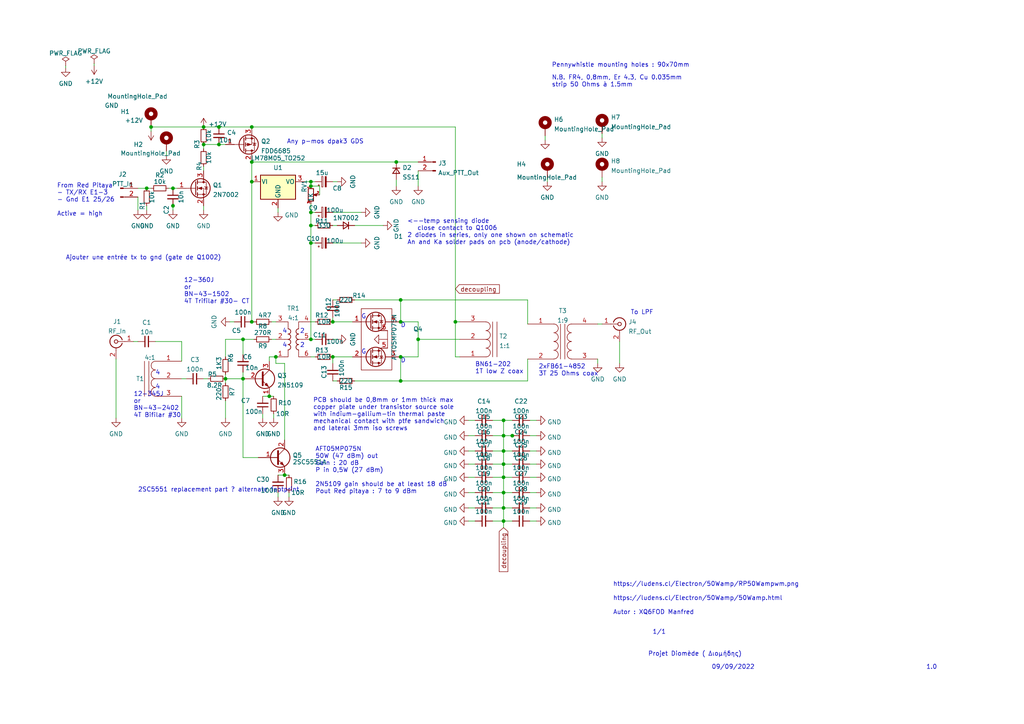
<source format=kicad_sch>
(kicad_sch (version 20230121) (generator eeschema)
  (paper "A4")
  (lib_symbols
    (symbol "Connector:Conn_01x02_Male" (pin_names (offset 1.016) hide)
      (property "Reference" "J" (at 0 2.54 0))
      (property "Value" "Conn_01x02_Male" (at 0 -5.08 0))
      (symbol "Conn_01x02_Male_1_1"
        (pin passive line (at 5.08 0 180) (length 3.81) (name "Pin_1") (number "1"))
        (pin passive line (at 5.08 -2.54 180) (length 3.81) (name "Pin_2") (number "2"))
      )
    )
    (symbol "Connector:Conn_Coaxial" (pin_names (offset 1.016) hide)
      (property "Reference" "J" (at 0.254 3.048 0))
      (property "Value" "Conn_Coaxial" (at 2.921 0 90))
      (symbol "Conn_Coaxial_1_1"
        (pin passive line (at -5.08 0 0) (length 2.54) (name "In") (number "1"))
        (pin passive line (at 0 -5.08 90) (length 2.54) (name "Ext") (number "2"))
      )
    )
    (symbol "Device:AFP05MP075N" (pin_names (offset 0) hide)
      (property "Reference" "Q1006" (at 13.9139 -2.1041 0))
      (property "Value" "AFT05MP075N" (at 6.985 -4.445 90))
      (symbol "AFP05MP075N_1_1"
        (pin input line (at -5.08 0 0) (length 2.54) (name "G") (number "1"))
        (pin input line (at -5.08 -10.16 0) (length 2.54) (name "G") (number "2"))
        (pin output line (at 8.89 -10.16 180) (length 4.3) (name "D") (number "3"))
        (pin output line (at 8.89 0 180) (length 4.3) (name "D") (number "4"))
        (pin passive line (at 5.08 -7.62 180) (length 2) (name "S") (number "5"))
        (pin passive line (at 5.08 -2.54 180) (length 2) (name "S") (number "5"))
      )
    )
    (symbol "Device:Autotransfo" (pin_names (offset 1.016) hide)
      (property "Reference" "T?" (at 6.35 8.89 0))
      (property "Value" "Autotransfo" (at 5.08 7.62 0))
      (symbol "Autotransfo_1_1"
        (pin passive line (at 10.16 5.08 180) (length 7.62) (name "SA") (number "1"))
        (pin passive line (at 10.16 0 180) (length 7.62) (name "SB") (number "2"))
        (pin passive line (at 10.16 -5.08 180) (length 7.62) (name "SC") (number "3"))
      )
    )
    (symbol "Device:C_Polarized_Small" (pin_numbers hide) (pin_names (offset 0.254) hide)
      (property "Reference" "C" (at 0.254 1.778 0))
      (property "Value" "C_Polarized_Small" (at 0.254 -2.032 0))
      (symbol "C_Polarized_Small_1_1"
        (pin passive line (at 0 2.54 270) (length 1.8542) (name "~") (number "1"))
        (pin passive line (at 0 -2.54 90) (length 1.8542) (name "~") (number "2"))
      )
    )
    (symbol "Device:C_Small" (pin_numbers hide) (pin_names (offset 0.254) hide)
      (property "Reference" "C" (at 0.254 1.778 0))
      (property "Value" "C_Small" (at 0.254 -2.032 0))
      (symbol "C_Small_1_1"
        (pin passive line (at 0 2.54 270) (length 2.032) (name "~") (number "1"))
        (pin passive line (at 0 -2.54 90) (length 2.032) (name "~") (number "2"))
      )
    )
    (symbol "Device:D_Small" (pin_numbers hide) (pin_names (offset 0.254) hide)
      (property "Reference" "D" (at -1.27 2.032 0))
      (property "Value" "D_Small" (at -3.81 -2.032 0))
      (symbol "D_Small_1_1"
        (pin passive line (at -2.54 0 0) (length 1.778) (name "K") (number "1"))
        (pin passive line (at 2.54 0 180) (length 1.778) (name "A") (number "2"))
      )
    )
    (symbol "Device:Q_NMOS_GSD" (pin_names (offset 0) hide)
      (property "Reference" "Q" (at 5.08 1.27 0))
      (property "Value" "Q_NMOS_GSD" (at 5.08 -1.27 0))
      (symbol "Q_NMOS_GSD_1_1"
        (pin input line (at -5.08 0 0) (length 2.54) (name "G") (number "1"))
        (pin passive line (at 2.54 -5.08 90) (length 2.54) (name "S") (number "2"))
        (pin passive line (at 2.54 5.08 270) (length 2.54) (name "D") (number "3"))
      )
    )
    (symbol "Device:Q_PMOS_GDS" (pin_names (offset 0) hide)
      (property "Reference" "Q" (at 5.08 1.27 0))
      (property "Value" "Q_PMOS_GDS" (at 5.08 -1.27 0))
      (symbol "Q_PMOS_GDS_1_1"
        (pin input line (at -5.08 0 0) (length 2.54) (name "G") (number "1"))
        (pin passive line (at 2.54 5.08 270) (length 2.54) (name "D") (number "2"))
        (pin passive line (at 2.54 -5.08 90) (length 2.54) (name "S") (number "3"))
      )
    )
    (symbol "Device:R_Potentiometer_Small" (pin_names (offset 1.016) hide)
      (property "Reference" "RV" (at -4.445 0 90))
      (property "Value" "R_Potentiometer_Small" (at -2.54 0 90))
      (symbol "R_Potentiometer_Small_1_1"
        (pin passive line (at 0 2.54 270) (length 0.635) (name "1") (number "1"))
        (pin passive line (at 2.54 0 180) (length 0.9906) (name "2") (number "2"))
        (pin passive line (at 0 -2.54 90) (length 0.635) (name "3") (number "3"))
      )
    )
    (symbol "Device:R_Small" (pin_numbers hide) (pin_names (offset 0.254) hide)
      (property "Reference" "R" (at 0.762 0.508 0))
      (property "Value" "R_Small" (at 0.762 -1.016 0))
      (symbol "R_Small_1_1"
        (pin passive line (at 0 2.54 270) (length 0.762) (name "~") (number "1"))
        (pin passive line (at 0 -2.54 90) (length 0.762) (name "~") (number "2"))
      )
    )
    (symbol "Device:Transformer_1P_1S" (pin_names (offset 1.016) hide)
      (property "Reference" "T" (at 0 6.35 0))
      (property "Value" "Transformer_1P_1S" (at 0 -7.62 0))
      (symbol "Transformer_1P_1S_1_1"
        (pin passive line (at -10.16 5.08 0) (length 7.62) (name "AA") (number "1"))
        (pin passive line (at -10.16 -5.08 0) (length 7.62) (name "AB") (number "2"))
        (pin passive line (at 10.16 -5.08 180) (length 7.62) (name "SA") (number "3"))
        (pin passive line (at 10.16 5.08 180) (length 7.62) (name "SB") (number "4"))
      )
    )
    (symbol "Mechanical:MountingHole_Pad" (pin_numbers hide) (pin_names (offset 1.016) hide)
      (property "Reference" "H" (at 0 6.35 0))
      (property "Value" "MountingHole_Pad" (at 0 4.445 0))
      (symbol "MountingHole_Pad_1_1"
        (pin input line (at 0 -2.54 90) (length 2.54) (name "1") (number "1"))
      )
    )
    (symbol "Regulator_Linear:LM78M05_TO252" (pin_names (offset 0.254))
      (property "Reference" "U" (at -3.81 3.175 0))
      (property "Value" "LM78M05_TO252" (at 0 3.175 0))
      (symbol "LM78M05_TO252_1_1"
        (pin power_in line (at -7.62 0 0) (length 2.54) (name "VI") (number "1"))
        (pin power_in line (at 0 -7.62 90) (length 2.54) (name "GND") (number "2"))
        (pin power_out line (at 7.62 0 180) (length 2.54) (name "VO") (number "3"))
      )
    )
    (symbol "Transformer:ADTT1-1" (pin_names hide)
      (property "Reference" "TR" (at 0 6.35 0))
      (property "Value" "ADTT1-1" (at 0 -6.35 0))
      (symbol "ADTT1-1_1_1"
        (pin passive line (at -5.08 -5.08 0) (length 2.54) (name "~") (number "1"))
        (pin passive line (at -5.08 0 0) (length 2.54) (name "~") (number "2"))
        (pin passive line (at -5.08 5.08 0) (length 2.54) (name "~") (number "3"))
        (pin passive line (at 5.08 5.08 180) (length 2.54) (name "~") (number "4"))
        (pin passive line (at 5.08 0 180) (length 2.54) (name "~") (number "5"))
        (pin passive line (at 5.08 -5.08 180) (length 2.54) (name "~") (number "6"))
      )
    )
    (symbol "Transistor_BJT:2N2219" (pin_names (offset 0) hide)
      (property "Reference" "Q" (at 5.08 1.905 0))
      (property "Value" "2N2219" (at 5.08 0 0))
      (symbol "2N2219_1_1"
        (pin passive line (at 2.54 -5.08 90) (length 2.54) (name "E") (number "1"))
        (pin passive line (at -5.08 0 0) (length 5.715) (name "B") (number "2"))
        (pin passive line (at 2.54 5.08 270) (length 2.54) (name "C") (number "3"))
      )
    )
    (symbol "Transistor_BJT:BCX56" (pin_names (offset 0) hide)
      (property "Reference" "Q" (at 5.08 1.905 0))
      (property "Value" "BCX56" (at 5.08 0 0))
      (symbol "BCX56_1_1"
        (pin input line (at -5.08 0 0) (length 5.715) (name "B") (number "1"))
        (pin passive line (at 2.54 5.08 270) (length 2.54) (name "C") (number "2"))
        (pin passive line (at 2.54 -5.08 90) (length 2.54) (name "E") (number "3"))
      )
    )
    (symbol "power:+12V" (power) (pin_names (offset 0))
      (property "Value" "+12V" (at 0 3.556 0))
      (symbol "+12V_1_1"
        (pin power_in line (at 0 0 90) (length 0) hide (name "+12V") (number "1"))
      )
    )
    (symbol "power:GND" (power) (pin_names (offset 0))
      (property "Value" "GND" (at 0 -3.81 0))
      (symbol "GND_1_1"
        (pin power_in line (at 0 0 270) (length 0) hide (name "GND") (number "1"))
      )
    )
    (symbol "power:PWR_FLAG" (power) (pin_numbers hide) (pin_names (offset 0) hide)
      (property "Value" "PWR_FLAG" (at 0 3.81 0))
      (symbol "PWR_FLAG_0_0"
        (pin power_out line (at 0 0 90) (length 0) (name "pwr") (number "1"))
      )
    )
  )
  (junction (at 146.05 151.13))
  (junction (at 121.285 98.425))
  (junction (at 43.815 36.83))
  (junction (at 63.5 36.83))
  (junction (at 146.05 147.32))
  (junction (at 90.17 70.485))
  (junction (at 146.05 138.43))
  (junction (at 42.545 54.61))
  (junction (at 90.17 98.425))
  (junction (at 146.05 126.365))
  (junction (at 63.5 41.91))
  (junction (at 90.17 52.705))
  (junction (at 50.165 54.61))
  (junction (at 73.025 52.705))
  (junction (at 59.055 36.83))
  (junction (at 146.05 134.62))
  (junction (at 90.17 61.595))
  (junction (at 73.025 93.345))
  (junction (at 50.165 59.69))
  (junction (at 80.01 103.505))
  (junction (at 70.485 109.855))
  (junction (at 132.08 93.345))
  (junction (at 90.17 65.405))
  (junction (at 65.405 109.855))
  (junction (at 96.52 103.505))
  (junction (at 146.05 130.81))
  (junction (at 146.05 121.92))
  (junction (at 116.205 103.505))
  (junction (at 116.205 110.49))
  (junction (at 146.05 142.875))
  (junction (at 73.025 36.83))
  (junction (at 59.055 41.91))
  (junction (at 90.17 53.975))
  (junction (at 114.935 46.99))
  (junction (at 82.55 137.795))
  (junction (at 78.105 114.935))
  (junction (at 70.485 98.425))
  (junction (at 116.205 93.345))
  (junction (at 116.205 86.995))
  (junction (at 73.025 46.99))
  (junction (at 96.52 93.345))
  (junction (at 148.59 126.365))
  (wire (pts (xy 102.87 86.995) (xy 116.205 86.995)))
  (wire (pts (xy 73.025 93.345) (xy 73.66 93.345)))
  (wire (pts (xy 96.52 110.49) (xy 97.79 110.49)))
  (wire (pts (xy 63.5 41.91) (xy 59.055 41.91)))
  (wire (pts (xy 116.205 103.505) (xy 116.205 110.49)))
  (wire (pts (xy 42.545 54.61) (xy 43.815 54.61)))
  (wire (pts (xy 146.05 142.875) (xy 148.59 142.875)))
  (wire (pts (xy 70.485 98.425) (xy 70.485 102.87)))
  (wire (pts (xy 114.935 52.07) (xy 114.935 53.975)))
  (wire (pts (xy 132.08 93.345) (xy 132.08 36.83)))
  (wire (pts (xy 146.05 126.365) (xy 146.05 121.92)))
  (wire (pts (xy 70.485 107.95) (xy 70.485 109.855)))
  (wire (pts (xy 142.875 138.43) (xy 146.05 138.43)))
  (wire (pts (xy 96.52 65.405) (xy 97.79 65.405)))
  (wire (pts (xy 158.115 39.37) (xy 158.115 40.64)))
  (wire (pts (xy 65.405 98.425) (xy 65.405 103.505)))
  (wire (pts (xy 73.025 36.83) (xy 132.08 36.83)))
  (wire (pts (xy 132.08 93.345) (xy 133.35 93.345)))
  (wire (pts (xy 146.05 121.92) (xy 148.59 121.92)))
  (wire (pts (xy 142.875 130.81) (xy 146.05 130.81)))
  (wire (pts (xy 65.405 116.205) (xy 65.405 121.285)))
  (wire (pts (xy 137.795 142.875) (xy 135.89 142.875)))
  (wire (pts (xy 146.05 151.13) (xy 148.59 151.13)))
  (wire (pts (xy 73.025 52.705) (xy 73.025 93.345)))
  (wire (pts (xy 63.5 41.91) (xy 65.405 41.91)))
  (wire (pts (xy 132.08 93.345) (xy 132.08 103.505)))
  (wire (pts (xy 48.26 43.815) (xy 48.26 45.085)))
  (wire (pts (xy 137.795 121.92) (xy 135.89 121.92)))
  (wire (pts (xy 116.205 86.995) (xy 116.205 93.345)))
  (wire (pts (xy 90.17 103.505) (xy 91.44 103.505)))
  (wire (pts (xy 90.17 52.705) (xy 90.17 53.975)))
  (wire (pts (xy 65.405 108.585) (xy 65.405 109.855)))
  (wire (pts (xy 90.17 65.405) (xy 91.44 65.405)))
  (wire (pts (xy 70.485 132.715) (xy 74.93 132.715)))
  (wire (pts (xy 142.875 147.32) (xy 146.05 147.32)))
  (wire (pts (xy 59.055 48.26) (xy 59.055 49.53)))
  (wire (pts (xy 59.055 36.83) (xy 63.5 36.83)))
  (wire (pts (xy 33.655 104.14) (xy 33.655 121.285)))
  (wire (pts (xy 137.795 138.43) (xy 135.89 138.43)))
  (wire (pts (xy 90.17 53.975) (xy 92.71 53.975)))
  (wire (pts (xy 50.165 59.055) (xy 50.165 59.69)))
  (wire (pts (xy 70.485 98.425) (xy 73.66 98.425)))
  (wire (pts (xy 121.285 98.425) (xy 121.285 93.345)))
  (wire (pts (xy 121.285 98.425) (xy 121.285 103.505)))
  (wire (pts (xy 96.52 98.425) (xy 97.79 98.425)))
  (wire (pts (xy 63.5 36.83) (xy 73.025 36.83)))
  (wire (pts (xy 174.625 51.435) (xy 174.625 52.705)))
  (wire (pts (xy 50.165 54.61) (xy 51.435 54.61)))
  (wire (pts (xy 116.205 86.995) (xy 153.035 86.995)))
  (wire (pts (xy 67.945 93.345) (xy 66.675 93.345)))
  (wire (pts (xy 174.625 38.735) (xy 174.625 40.005)))
  (wire (pts (xy 153.67 138.43) (xy 155.575 138.43)))
  (wire (pts (xy 82.55 137.795) (xy 83.82 137.795)))
  (wire (pts (xy 146.05 142.875) (xy 146.05 138.43)))
  (wire (pts (xy 96.52 103.505) (xy 96.52 105.41)))
  (wire (pts (xy 40.005 57.15) (xy 40.005 60.96)))
  (wire (pts (xy 116.205 110.49) (xy 153.035 110.49)))
  (wire (pts (xy 96.52 86.995) (xy 97.79 86.995)))
  (wire (pts (xy 114.935 46.99) (xy 121.285 46.99)))
  (wire (pts (xy 146.05 130.81) (xy 146.05 126.365)))
  (wire (pts (xy 153.67 134.62) (xy 155.575 134.62)))
  (wire (pts (xy 78.105 103.505) (xy 80.01 103.505)))
  (wire (pts (xy 96.52 70.485) (xy 104.775 70.485)))
  (wire (pts (xy 19.05 19.05) (xy 19.05 19.685)))
  (wire (pts (xy 78.105 114.935) (xy 79.375 114.935)))
  (wire (pts (xy 132.08 103.505) (xy 133.35 103.505)))
  (wire (pts (xy 52.705 99.06) (xy 52.705 104.775)))
  (wire (pts (xy 96.52 93.345) (xy 102.235 93.345)))
  (wire (pts (xy 59.055 59.69) (xy 59.055 60.96)))
  (wire (pts (xy 121.285 49.53) (xy 121.285 53.975)))
  (wire (pts (xy 142.875 142.875) (xy 146.05 142.875)))
  (wire (pts (xy 173.355 104.14) (xy 173.355 105.41)))
  (wire (pts (xy 153.67 121.92) (xy 155.575 121.92)))
  (wire (pts (xy 153.67 126.365) (xy 155.575 126.365)))
  (wire (pts (xy 146.05 147.32) (xy 146.05 142.875)))
  (wire (pts (xy 146.05 147.32) (xy 148.59 147.32)))
  (wire (pts (xy 137.795 130.81) (xy 135.89 130.81)))
  (wire (pts (xy 65.405 98.425) (xy 70.485 98.425)))
  (wire (pts (xy 73.025 46.99) (xy 73.025 52.705)))
  (wire (pts (xy 52.705 109.855) (xy 53.975 109.855)))
  (wire (pts (xy 96.52 52.705) (xy 97.79 52.705)))
  (wire (pts (xy 146.05 153.035) (xy 146.05 151.13)))
  (wire (pts (xy 80.645 61.595) (xy 80.645 60.325)))
  (wire (pts (xy 137.795 126.365) (xy 135.89 126.365)))
  (wire (pts (xy 79.375 120.015) (xy 79.375 121.285)))
  (wire (pts (xy 96.52 61.595) (xy 104.775 61.595)))
  (wire (pts (xy 90.17 52.705) (xy 91.44 52.705)))
  (wire (pts (xy 83.82 142.875) (xy 83.82 144.145)))
  (wire (pts (xy 27.305 18.415) (xy 27.305 19.05)))
  (wire (pts (xy 92.71 53.975) (xy 92.71 56.515)))
  (wire (pts (xy 65.405 109.855) (xy 70.485 109.855)))
  (wire (pts (xy 137.795 134.62) (xy 135.89 134.62)))
  (wire (pts (xy 80.01 105.41) (xy 80.01 103.505)))
  (wire (pts (xy 179.705 99.06) (xy 179.705 105.41)))
  (wire (pts (xy 146.05 134.62) (xy 148.59 134.62)))
  (wire (pts (xy 90.17 70.485) (xy 90.17 98.425)))
  (wire (pts (xy 48.895 54.61) (xy 50.165 54.61)))
  (wire (pts (xy 133.35 98.425) (xy 121.285 98.425)))
  (wire (pts (xy 142.875 151.13) (xy 146.05 151.13)))
  (wire (pts (xy 146.05 138.43) (xy 148.59 138.43)))
  (wire (pts (xy 153.035 110.49) (xy 153.035 104.14)))
  (wire (pts (xy 50.165 59.69) (xy 50.165 60.96)))
  (wire (pts (xy 96.52 92.075) (xy 96.52 93.345)))
  (wire (pts (xy 90.17 93.345) (xy 91.44 93.345)))
  (wire (pts (xy 146.05 138.43) (xy 146.05 134.62)))
  (wire (pts (xy 153.67 142.875) (xy 155.575 142.875)))
  (wire (pts (xy 158.75 51.435) (xy 158.75 52.705)))
  (wire (pts (xy 102.87 110.49) (xy 116.205 110.49)))
  (wire (pts (xy 153.67 151.13) (xy 155.575 151.13)))
  (wire (pts (xy 90.17 61.595) (xy 90.17 65.405)))
  (wire (pts (xy 80.645 137.795) (xy 82.55 137.795)))
  (wire (pts (xy 82.55 105.41) (xy 80.01 105.41)))
  (wire (pts (xy 73.025 46.99) (xy 114.935 46.99)))
  (wire (pts (xy 78.105 103.505) (xy 78.105 104.775)))
  (wire (pts (xy 90.17 59.055) (xy 90.17 61.595)))
  (wire (pts (xy 90.17 70.485) (xy 91.44 70.485)))
  (wire (pts (xy 148.59 126.365) (xy 149.225 126.365)))
  (wire (pts (xy 76.2 114.935) (xy 78.105 114.935)))
  (wire (pts (xy 137.795 147.32) (xy 135.89 147.32)))
  (wire (pts (xy 82.55 127.635) (xy 82.55 105.41)))
  (wire (pts (xy 137.795 151.13) (xy 135.89 151.13)))
  (wire (pts (xy 90.17 98.425) (xy 91.44 98.425)))
  (wire (pts (xy 146.05 130.81) (xy 148.59 130.81)))
  (wire (pts (xy 121.285 103.505) (xy 116.205 103.505)))
  (wire (pts (xy 146.05 134.62) (xy 146.05 130.81)))
  (wire (pts (xy 142.875 126.365) (xy 146.05 126.365)))
  (wire (pts (xy 40.005 54.61) (xy 42.545 54.61)))
  (wire (pts (xy 116.205 93.345) (xy 121.285 93.345)))
  (wire (pts (xy 90.17 61.595) (xy 91.44 61.595)))
  (wire (pts (xy 142.875 134.62) (xy 146.05 134.62)))
  (wire (pts (xy 78.74 98.425) (xy 80.01 98.425)))
  (wire (pts (xy 88.265 52.705) (xy 90.17 52.705)))
  (wire (pts (xy 70.485 109.855) (xy 70.485 132.715)))
  (wire (pts (xy 153.035 86.995) (xy 153.035 93.98)))
  (wire (pts (xy 78.74 93.345) (xy 80.01 93.345)))
  (wire (pts (xy 102.87 65.405) (xy 111.125 65.405)))
  (wire (pts (xy 45.085 99.06) (xy 52.705 99.06)))
  (wire (pts (xy 59.055 41.91) (xy 59.055 43.18)))
  (wire (pts (xy 38.735 99.06) (xy 40.005 99.06)))
  (wire (pts (xy 80.645 142.875) (xy 80.645 144.145)))
  (wire (pts (xy 173.355 93.98) (xy 174.625 93.98)))
  (wire (pts (xy 43.815 36.83) (xy 43.815 38.1)))
  (wire (pts (xy 153.67 147.32) (xy 155.575 147.32)))
  (wire (pts (xy 52.705 114.935) (xy 52.705 121.285)))
  (wire (pts (xy 43.815 36.83) (xy 59.055 36.83)))
  (wire (pts (xy 96.52 103.505) (xy 102.235 103.505)))
  (wire (pts (xy 146.05 126.365) (xy 148.59 126.365)))
  (wire (pts (xy 76.2 120.015) (xy 76.2 121.285)))
  (wire (pts (xy 153.67 130.81) (xy 155.575 130.81)))
  (wire (pts (xy 65.405 109.855) (xy 65.405 111.125)))
  (wire (pts (xy 146.05 147.32) (xy 146.05 151.13)))
  (wire (pts (xy 146.05 121.92) (xy 142.875 121.92)))
  (wire (pts (xy 90.17 65.405) (xy 90.17 70.485)))
  (wire (pts (xy 42.545 59.69) (xy 42.545 60.96)))
  (wire (pts (xy 59.055 109.855) (xy 60.325 109.855)))
  (text "To LPF\n" (at 182.88 91.44 0) (effects (font (size 1.27 1.27)) (justify left bottom)))
  (text "4\n\n4\n" (at 81.915 100.965 0) (effects (font (size 1.27 1.27)) (justify left bottom)))
  (text "12-360J\nor \nBN-43-1502\n4T Trifilar #30- CT\n" (at 53.34 88.265 0) (effects (font (size 1.27 1.27)) (justify left bottom)))
  (text "09/09/2022" (at 206.375 194.31 0) (effects (font (size 1.27 1.27)) (justify left bottom)))
  (text "Projet Diomède ( Διομήδης)" (at 187.96 190.5 0) (effects (font (size 1.27 1.27)) (justify left bottom)))
  (text "BN61-202\n1T low Z coax\n" (at 137.795 108.585 0) (effects (font (size 1.27 1.27)) (justify left bottom)))
  (text "AFT05MP075N\n50W (47 dBm) out\nGain : 20 dB\nP in 0,5W (27 dBm)\n\n2N5109 gain should be at least 18 dB\nPout Red pitaya : 7 to 9 dBm\n\n" (at 91.44 145.415 0) (effects (font (size 1.27 1.27)) (justify left bottom)))
  (text "Pennywhistle mounting holes : 90x70mm" (at 160.02 19.685 0) (effects (font (size 1.27 1.27)) (justify left bottom)))
  (text "2xFB61-4852\n3T 25 Ohms coax\n" (at 156.21 109.22 0) (effects (font (size 1.27 1.27)) (justify left bottom)))
  (text "2SC5551 replacement part ? alternate footprint\n" (at 40.005 142.875 0) (effects (font (size 1.27 1.27)) (justify left bottom)))
  (text "N.B. FR4, 0,8mm, Er 4.3, Cu 0.035mm\nstrip 50 Ohms à 1.5mm" (at 160.02 25.4 0) (effects (font (size 1.27 1.27)) (justify left bottom)))
  (text "12-345J\nor \nBN-43-2402\n4T Bifilar #30" (at 38.735 121.285 0) (effects (font (size 1.27 1.27)) (justify left bottom)))
  (text "4\n\n4\n" (at 45.085 113.03 0) (effects (font (size 1.27 1.27)) (justify left bottom)))
  (text "PCB should be 0,8mm or 1mm thick max\ncopper plate under transistor source sole \nwith indium-gallium-tin thermal paste\nmechanical contact with ptfe sandwich\nand lateral 3mm iso screws" (at 90.805 125.095 0) (effects (font (size 1.27 1.27)) (justify left bottom)))
  (text "Ajouter une entrée tx to gnd (gate de Q1002)\n" (at 19.05 75.565 0) (effects (font (size 1.27 1.27)) (justify left bottom)))
  (text "1/1" (at 189.23 184.15 0) (effects (font (size 1.27 1.27)) (justify left bottom)))
  (text "https://ludens.cl/Electron/50Wamp/RP50Wampwm.png\n\nhttps://ludens.cl/Electron/50Wamp/50Wamp.html\n\nAutor : XQ6FOD Manfred\n" (at 177.8 178.435 0) (effects (font (size 1.27 1.27)) (justify left bottom)))
  (text "2\n\n2\n" (at 86.995 100.965 0) (effects (font (size 1.27 1.27)) (justify left bottom)))
  (text "Any p-mos dpak3 GDS" (at 83.185 41.91 0) (effects (font (size 1.27 1.27)) (justify left bottom)))
  (text "\n\nFrom Red Pitaya \n- TX/RX E1-3\n- Gnd E1 25/26\n\nActive = high" (at 16.51 62.865 0) (effects (font (size 1.27 1.27)) (justify left bottom)))
  (text "D\n\n\n\n\nD\n" (at 116.205 105.41 0) (effects (font (size 1.27 1.27)) (justify left bottom)))
  (text "<--temp sensing diode\n   close contact to Q1006\n2 diodes in series, only one shown on schematic\nAn and Ka solder pads on pcb (anode/cathode)\n" (at 118.11 71.12 0) (effects (font (size 1.27 1.27)) (justify left bottom)))
  (text "1.0" (at 268.605 194.31 0) (effects (font (size 1.27 1.27)) (justify left bottom)))
  (text "G\n\n\n\n\nG\n" (at 104.775 102.87 0) (effects (font (size 1.27 1.27)) (justify left bottom)))
  (global_label "decoupling" (shape input) (at 146.05 153.035 270) (property "Intersheetrefs" "${INTERSHEET_REFS}" (effects hide)))
  (global_label "decoupling" (shape input) (at 132.08 83.82 0) (property "Intersheetrefs" "${INTERSHEET_REFS}" (effects hide)))
  (symbol (lib_id "Transistor_BJT:2N2219") (at 75.565 109.855 0) (unit 1)
    (property "Reference" "Q3" (at 80.4164 108.9465 0) (effects (justify left)))
    (property "Value" "2N5109" (at 80.4164 111.7216 0) (effects (justify left)))
    (property "Footprint" "Package_TO_SOT_THT:TO-39-3" (effects hide))
    (property "Datasheet" "http://www.onsemi.com/pub_link/Collateral/2N2219-D.PDF" (effects hide))
  )
  (symbol (lib_id "Device:C_Small") (at 140.335 130.81 90) (mirror x) (unit 1)
    (property "Reference" "C16" (at 140.3414 125.2814 90))
    (property "Value" "100n" (at 140.3414 128.0565 90))
    (property "Footprint" "Capacitor_SMD:C_1210_3225Metric_Pad1.33x2.70mm_HandSolder" (effects hide))
  )
  (symbol (lib_id "Device:C_Small") (at 151.13 147.32 270) (unit 1)
    (property "Reference" "C28" (at 151.1236 141.7914 90))
    (property "Value" "100n" (at 151.1236 144.5665 90))
    (property "Footprint" "Capacitor_SMD:C_1210_3225Metric_Pad1.33x2.70mm_HandSolder" (effects hide))
  )
  (symbol (lib_id "Device:R_Small") (at 93.98 103.505 270) (unit 1)
    (property "Reference" "R13" (at 93.345 101.6 90))
    (property "Value" "10R" (at 93.98 103.505 90))
    (property "Footprint" "Resistor_SMD:R_0805_2012Metric_Pad1.20x1.40mm_HandSolder" (effects hide))
  )
  (symbol (lib_id "power:GND") (at 155.575 134.62 90) (unit 1)
    (property "Reference" "#PWR036" (effects hide))
    (property "Value" "GND" (at 158.75 135.099 90) (effects (justify right)))
  )
  (symbol (lib_id "Device:D_Small") (at 100.33 65.405 180) (unit 1)
    (property "Reference" "D1" (at 115.57 68.58 0))
    (property "Value" "1N7002" (at 100.33 63.1976 0))
    (property "Footprint" "Diode_SMD:D_2114_3652Metric_Pad1.85x3.75mm_HandSolder" (effects hide))
  )
  (symbol (lib_id "power:GND") (at 135.89 147.32 270) (mirror x) (unit 1)
    (property "Reference" "#PWR031" (effects hide))
    (property "Value" "GND" (at 132.715 147.799 90) (effects (justify right)))
  )
  (symbol (lib_id "Device:C_Small") (at 151.13 138.43 270) (unit 1)
    (property "Reference" "C26" (at 151.1236 132.9014 90))
    (property "Value" "100n" (at 151.1236 135.6765 90))
    (property "Footprint" "Capacitor_SMD:C_1210_3225Metric_Pad1.33x2.70mm_HandSolder" (effects hide))
  )
  (symbol (lib_id "power:GND") (at 111.125 65.405 90) (unit 1)
    (property "Reference" "#PWR022" (effects hide))
    (property "Value" "GND" (at 114.935 65.405 0))
  )
  (symbol (lib_id "Device:C_Small") (at 151.13 134.62 270) (unit 1)
    (property "Reference" "C25" (at 151.1236 129.0914 90))
    (property "Value" "100n" (at 151.1236 131.8665 90))
    (property "Footprint" "Capacitor_SMD:C_1210_3225Metric_Pad1.33x2.70mm_HandSolder" (effects hide))
  )
  (symbol (lib_id "Device:R_Small") (at 100.33 110.49 270) (unit 1)
    (property "Reference" "R15" (at 100.33 112.395 90))
    (property "Value" "220" (at 100.33 110.49 90))
    (property "Footprint" "Resistor_SMD:R_2816_7142Metric_Pad3.20x4.45mm_HandSolder" (effects hide))
  )
  (symbol (lib_id "Device:C_Polarized_Small") (at 93.98 70.485 90) (unit 1)
    (property "Reference" "C10" (at 90.805 69.215 90))
    (property "Value" "100u" (at 97.155 69.85 90))
    (property "Footprint" "Capacitor_Tantalum_SMD:CP_EIA-7343-31_Kemet-D_Pad2.25x2.55mm_HandSolder" (effects hide))
  )
  (symbol (lib_id "Device:C_Small") (at 56.515 109.855 90) (unit 1)
    (property "Reference" "C3" (at 56.5213 104.3264 90))
    (property "Value" "100n" (at 56.5213 107.1015 90))
    (property "Footprint" "Capacitor_SMD:C_0805_2012Metric_Pad1.18x1.45mm_HandSolder" (effects hide))
  )
  (symbol (lib_id "Device:C_Small") (at 140.335 126.365 90) (mirror x) (unit 1)
    (property "Reference" "C15" (at 140.3414 120.8364 90))
    (property "Value" "100n" (at 140.3414 123.6115 90))
    (property "Footprint" "Capacitor_SMD:C_1210_3225Metric_Pad1.33x2.70mm_HandSolder" (effects hide))
  )
  (symbol (lib_id "Device:R_Small") (at 59.055 39.37 0) (unit 1)
    (property "Reference" "R3" (at 57.15 43.18 90) (effects (justify left)))
    (property "Value" "10k" (at 60.5536 41.2366 90) (effects (justify left)))
    (property "Footprint" "Resistor_SMD:R_0805_2012Metric_Pad1.20x1.40mm_HandSolder" (effects hide))
  )
  (symbol (lib_id "Device:R_Small") (at 62.865 109.855 270) (unit 1)
    (property "Reference" "R5" (at 61.595 108.585 90))
    (property "Value" "8.2R" (at 62.23 111.76 90))
    (property "Footprint" "Resistor_SMD:R_0805_2012Metric_Pad1.20x1.40mm_HandSolder" (effects hide))
  )
  (symbol (lib_id "Device:R_Small") (at 59.055 45.72 180) (unit 1)
    (property "Reference" "R4" (at 57.785 49.53 90) (effects (justify right)))
    (property "Value" "10k" (at 60.5536 47.5866 90) (effects (justify right)))
    (property "Footprint" "Resistor_SMD:R_0805_2012Metric_Pad1.20x1.40mm_HandSolder" (effects hide))
  )
  (symbol (lib_id "Device:R_Small") (at 42.545 57.15 180) (unit 1)
    (property "Reference" "R1" (at 41.275 60.96 90) (effects (justify right)))
    (property "Value" "10k" (at 44.0436 59.0166 90) (effects (justify right)))
    (property "Footprint" "Resistor_SMD:R_0805_2012Metric_Pad1.20x1.40mm_HandSolder" (effects hide))
  )
  (symbol (lib_id "Mechanical:MountingHole_Pad") (at 48.26 41.275 0) (unit 1)
    (property "Reference" "H2" (at 38.735 41.91 0) (effects (justify left)))
    (property "Value" "MountingHole_Pad" (at 34.925 44.45 0) (effects (justify left)))
    (property "Footprint" "MountingHole:MountingHole_3.2mm_M3_DIN965_Pad" (effects hide))
  )
  (symbol (lib_id "Device:C_Small") (at 96.52 107.95 180) (unit 1)
    (property "Reference" "C13" (at 93.98 109.855 90) (effects (justify right)))
    (property "Value" "100n" (at 99.06 109.22 90) (effects (justify right)))
    (property "Footprint" "Capacitor_SMD:C_1206_3216Metric_Pad1.33x1.80mm_HandSolder" (effects hide))
  )
  (symbol (lib_id "Device:C_Small") (at 70.485 105.41 180) (unit 1)
    (property "Reference" "C6" (at 71.755 103.505 0))
    (property "Value" "10n" (at 73.025 106.68 0))
    (property "Footprint" "Capacitor_SMD:C_0805_2012Metric_Pad1.18x1.45mm_HandSolder" (effects hide))
  )
  (symbol (lib_id "power:GND") (at 155.575 147.32 90) (unit 1)
    (property "Reference" "#PWR039" (effects hide))
    (property "Value" "GND" (at 158.75 147.799 90) (effects (justify right)))
  )
  (symbol (lib_id "power:GND") (at 59.055 60.96 0) (unit 1)
    (property "Reference" "#PWR011" (effects hide))
    (property "Value" "GND" (at 59.055 65.5225 0))
  )
  (symbol (lib_id "power:GND") (at 155.575 138.43 90) (unit 1)
    (property "Reference" "#PWR037" (effects hide))
    (property "Value" "GND" (at 158.75 138.909 90) (effects (justify right)))
  )
  (symbol (lib_id "Device:C_Polarized_Small") (at 93.98 52.705 90) (unit 1)
    (property "Reference" "C8" (at 97.79 54.61 90))
    (property "Value" "15u" (at 93.4339 50.1166 90))
    (property "Footprint" "Capacitor_Tantalum_SMD:CP_EIA-6032-28_Kemet-C_Pad2.25x2.35mm_HandSolder" (effects hide))
  )
  (symbol (lib_id "Device:AFP05MP075N") (at 107.315 93.345 0) (unit 1)
    (property "Reference" "Q4" (at 121.2289 95.4491 0))
    (property "Value" "AFT05MP075N" (at 114.3 97.79 90))
    (property "Footprint" "AFT05MP075N:AFT05MP075N" (effects hide))
  )
  (symbol (lib_id "power:GND") (at 158.75 52.705 0) (unit 1)
    (property "Reference" "#PWR042" (effects hide))
    (property "Value" "GND" (at 158.75 57.2675 0))
  )
  (symbol (lib_id "Device:C_Small") (at 151.13 126.365 270) (unit 1)
    (property "Reference" "C23" (at 151.1236 120.8364 90))
    (property "Value" "100n" (at 151.1236 123.6115 90))
    (property "Footprint" "Capacitor_SMD:C_1210_3225Metric_Pad1.33x2.70mm_HandSolder" (effects hide))
  )
  (symbol (lib_id "power:GND") (at 48.26 45.085 0) (unit 1)
    (property "Reference" "#PWR07" (effects hide))
    (property "Value" "GND" (at 48.26 49.6475 0))
  )
  (symbol (lib_id "Device:R_Potentiometer_Small") (at 90.17 56.515 0) (unit 1)
    (property "Reference" "RV1" (at 88.265 52.07 90) (effects (justify right)))
    (property "Value" "1K" (at 90.17 55.88 90) (effects (justify right)))
    (property "Footprint" "Potentiometer_SMD:Potentiometer_Bourns_TC33X_Vertical" (effects hide))
  )
  (symbol (lib_id "Device:Q_PMOS_GDS") (at 70.485 41.91 0) (mirror x) (unit 1)
    (property "Reference" "Q2" (at 75.692 41.0015 0) (effects (justify left)))
    (property "Value" "FDD6685" (at 75.692 43.7766 0) (effects (justify left)))
    (property "Footprint" "Package_TO_SOT_SMD:TO-252-2" (effects hide))
  )
  (symbol (lib_id "power:GND") (at 155.575 126.365 90) (unit 1)
    (property "Reference" "#PWR034" (effects hide))
    (property "Value" "GND" (at 158.75 126.844 90) (effects (justify right)))
  )
  (symbol (lib_id "power:PWR_FLAG") (at 27.305 18.415 0) (unit 1)
    (property "Reference" "#FLG02" (effects hide))
    (property "Value" "PWR_FLAG" (at 27.305 14.8105 0))
  )
  (symbol (lib_id "power:GND") (at 155.575 130.81 90) (unit 1)
    (property "Reference" "#PWR035" (effects hide))
    (property "Value" "GND" (at 158.75 131.289 90) (effects (justify right)))
  )
  (symbol (lib_id "power:GND") (at 155.575 142.875 90) (unit 1)
    (property "Reference" "#PWR038" (effects hide))
    (property "Value" "GND" (at 158.75 143.354 90) (effects (justify right)))
  )
  (symbol (lib_id "Device:C_Small") (at 151.13 151.13 270) (unit 1)
    (property "Reference" "C29" (at 151.1236 145.6014 90))
    (property "Value" "100n" (at 151.1236 148.3765 90))
    (property "Footprint" "Capacitor_SMD:C_1210_3225Metric_Pad1.33x2.70mm_HandSolder" (effects hide))
  )
  (symbol (lib_id "Device:R_Small") (at 79.375 117.475 180) (unit 1)
    (property "Reference" "R10" (at 80.645 116.84 0) (effects (justify right)))
    (property "Value" "10R" (at 80.01 120.015 0) (effects (justify right)))
    (property "Footprint" "Resistor_SMD:R_0805_2012Metric_Pad1.20x1.40mm_HandSolder" (effects hide))
  )
  (symbol (lib_id "Device:C_Polarized_Small") (at 93.98 61.595 90) (unit 1)
    (property "Reference" "C9" (at 90.805 60.325 90))
    (property "Value" "100u" (at 97.155 60.96 90))
    (property "Footprint" "Capacitor_Tantalum_SMD:CP_EIA-7343-31_Kemet-D_Pad2.25x2.55mm_HandSolder" (effects hide))
  )
  (symbol (lib_id "Device:R_Small") (at 100.33 86.995 270) (unit 1)
    (property "Reference" "R14" (at 104.14 85.725 90))
    (property "Value" "220" (at 100.33 86.995 90))
    (property "Footprint" "Resistor_SMD:R_2816_7142Metric_Pad3.20x4.45mm_HandSolder" (effects hide))
  )
  (symbol (lib_id "Mechanical:MountingHole_Pad") (at 43.815 34.29 0) (unit 1)
    (property "Reference" "H1" (at 34.925 32.385 0) (effects (justify left)))
    (property "Value" "MountingHole_Pad" (at 31.115 27.94 0) (effects (justify left)))
    (property "Footprint" "MountingHole:MountingHole_3.2mm_M3_DIN965_Pad" (effects hide))
  )
  (symbol (lib_id "Device:C_Small") (at 151.13 121.92 270) (unit 1)
    (property "Reference" "C22" (at 151.1236 116.3914 90))
    (property "Value" "100n" (at 151.1236 119.1665 90))
    (property "Footprint" "Capacitor_SMD:C_1210_3225Metric_Pad1.33x2.70mm_HandSolder" (effects hide))
  )
  (symbol (lib_id "Device:C_Small") (at 140.335 138.43 90) (mirror x) (unit 1)
    (property "Reference" "C18" (at 140.3414 132.9014 90))
    (property "Value" "100n" (at 140.3414 135.6765 90))
    (property "Footprint" "Capacitor_SMD:C_1210_3225Metric_Pad1.33x2.70mm_HandSolder" (effects hide))
  )
  (symbol (lib_id "Mechanical:MountingHole_Pad") (at 158.75 48.895 0) (unit 1)
    (property "Reference" "H4" (at 149.86 47.625 0) (effects (justify left)))
    (property "Value" "MountingHole_Pad" (at 149.86 51.435 0) (effects (justify left)))
    (property "Footprint" "MountingHole:MountingHole_3.2mm_M3_DIN965_Pad" (effects hide))
  )
  (symbol (lib_id "Mechanical:MountingHole_Pad") (at 174.625 48.895 0) (unit 1)
    (property "Reference" "H8" (at 177.165 46.7165 0) (effects (justify left)))
    (property "Value" "MountingHole_Pad" (at 177.165 49.4916 0) (effects (justify left)))
    (property "Footprint" "MountingHole:MountingHole_3.2mm_M3_DIN965_Pad" (effects hide))
  )
  (symbol (lib_id "Connector:Conn_01x02_Male") (at 126.365 46.99 0) (mirror y) (unit 1)
    (property "Reference" "J3" (at 127.0762 47.3515 0) (effects (justify right)))
    (property "Value" "Aux_PTT_Out" (at 127.0762 50.1266 0) (effects (justify right)))
    (property "Footprint" "Connector_Molex:Molex_KK-254_AE-6410-02A_1x02_P2.54mm_Vertical" (effects hide))
  )
  (symbol (lib_id "Device:C_Small") (at 70.485 93.345 270) (unit 1)
    (property "Reference" "C5" (at 68.58 95.885 90))
    (property "Value" "100n" (at 70.4786 90.5915 90))
    (property "Footprint" "Capacitor_SMD:C_0805_2012Metric_Pad1.18x1.45mm_HandSolder" (effects hide))
  )
  (symbol (lib_id "power:GND") (at 42.545 60.96 0) (unit 1)
    (property "Reference" "#PWR05" (effects hide))
    (property "Value" "GND" (at 42.545 65.5225 0))
  )
  (symbol (lib_id "Device:C_Small") (at 76.2 117.475 180) (unit 1)
    (property "Reference" "C7" (at 69.85 116.205 0) (effects (justify right)))
    (property "Value" "100n" (at 71.12 119.38 0) (effects (justify right)))
    (property "Footprint" "Capacitor_SMD:C_0805_2012Metric_Pad1.18x1.45mm_HandSolder" (effects hide))
  )
  (symbol (lib_id "power:GND") (at 97.79 98.425 90) (unit 1)
    (property "Reference" "#PWR019" (effects hide))
    (property "Value" "GND" (at 102.3525 98.425 0))
  )
  (symbol (lib_id "Device:R_Small") (at 65.405 113.665 180) (unit 1)
    (property "Reference" "R7" (at 67.31 114.935 90) (effects (justify right)))
    (property "Value" "220" (at 63.5 116.205 90) (effects (justify right)))
    (property "Footprint" "Resistor_SMD:R_0805_2012Metric_Pad1.20x1.40mm_HandSolder" (effects hide))
  )
  (symbol (lib_id "power:GND") (at 79.375 121.285 0) (unit 1)
    (property "Reference" "#PWR015" (effects hide))
    (property "Value" "GND" (at 79.375 125.8475 0))
  )
  (symbol (lib_id "Device:C_Small") (at 93.98 98.425 90) (unit 1)
    (property "Reference" "C11" (at 92.71 97.155 90))
    (property "Value" "100n" (at 97.155 99.06 90))
    (property "Footprint" "Capacitor_SMD:C_0805_2012Metric_Pad1.18x1.45mm_HandSolder" (effects hide))
  )
  (symbol (lib_id "power:GND") (at 65.405 121.285 0) (unit 1)
    (property "Reference" "#PWR012" (effects hide))
    (property "Value" "GND" (at 65.405 125.8475 0))
  )
  (symbol (lib_id "power:GND") (at 50.165 60.96 0) (unit 1)
    (property "Reference" "#PWR08" (effects hide))
    (property "Value" "GND" (at 50.165 65.5225 0))
  )
  (symbol (lib_id "power:GND") (at 97.79 52.705 90) (unit 1)
    (property "Reference" "#PWR018" (effects hide))
    (property "Value" "GND" (at 102.3525 52.705 0))
  )
  (symbol (lib_id "Connector:Conn_01x02_Male") (at 34.925 54.61 0) (unit 1)
    (property "Reference" "J2" (at 35.56 50.5673 0))
    (property "Value" "PTT_In" (at 35.56 53.3424 0))
    (property "Footprint" "Connector_Molex:Molex_KK-254_AE-6410-02A_1x02_P2.54mm_Vertical" (effects hide))
  )
  (symbol (lib_id "Device:C_Small") (at 140.335 147.32 90) (mirror x) (unit 1)
    (property "Reference" "C20" (at 140.3414 141.7914 90))
    (property "Value" "100n" (at 140.3414 144.5665 90))
    (property "Footprint" "Capacitor_SMD:C_1210_3225Metric_Pad1.33x2.70mm_HandSolder" (effects hide))
  )
  (symbol (lib_id "Device:R_Small") (at 93.98 65.405 270) (unit 1)
    (property "Reference" "R11" (at 93.345 64.135 90))
    (property "Value" "330" (at 93.98 65.405 90))
    (property "Footprint" "Resistor_SMD:R_0805_2012Metric_Pad1.20x1.40mm_HandSolder" (effects hide))
  )
  (symbol (lib_id "Device:Autotransfo") (at 143.51 98.425 180) (unit 1)
    (property "Reference" "T2" (at 144.78 97.5165 0) (effects (justify right)))
    (property "Value" "1:1" (at 144.78 100.2916 0) (effects (justify right)))
    (property "Footprint" "Amidon_Binocular:BN-61-202" (effects hide))
  )
  (symbol (lib_id "power:GND") (at 104.775 61.595 90) (unit 1)
    (property "Reference" "#PWR020" (effects hide))
    (property "Value" "GND" (at 109.3375 61.595 0))
  )
  (symbol (lib_id "power:GND") (at 174.625 52.705 0) (unit 1)
    (property "Reference" "#PWR047" (effects hide))
    (property "Value" "GND" (at 174.625 57.2675 0))
  )
  (symbol (lib_id "Regulator_Linear:LM78M05_TO252") (at 80.645 52.705 0) (unit 1)
    (property "Reference" "U1" (at 80.645 48.6505 0))
    (property "Value" "LM78M05_TO252" (at 80.645 45.8754 0))
    (property "Footprint" "Package_TO_SOT_SMD:TO-252-2" (effects hide))
    (property "Datasheet" "https://www.onsemi.com/pub/Collateral/MC78M00-D.PDF" (effects hide))
  )
  (symbol (lib_id "power:GND") (at 33.655 121.285 0) (unit 1)
    (property "Reference" "#PWR03" (effects hide))
    (property "Value" "GND" (at 33.655 125.8475 0))
  )
  (symbol (lib_id "power:GND") (at 135.89 134.62 270) (mirror x) (unit 1)
    (property "Reference" "#PWR028" (effects hide))
    (property "Value" "GND" (at 132.715 135.099 90) (effects (justify right)))
  )
  (symbol (lib_id "power:GND") (at 174.625 40.005 0) (unit 1)
    (property "Reference" "#PWR046" (effects hide))
    (property "Value" "GND" (at 174.625 44.5675 0))
  )
  (symbol (lib_id "power:GND") (at 135.89 151.13 270) (mirror x) (unit 1)
    (property "Reference" "#PWR032" (effects hide))
    (property "Value" "GND" (at 132.715 151.609 90) (effects (justify right)))
  )
  (symbol (lib_id "Device:C_Small") (at 80.645 140.335 180) (unit 1)
    (property "Reference" "C30" (at 74.295 139.065 0) (effects (justify right)))
    (property "Value" "100n" (at 75.565 142.24 0) (effects (justify right)))
    (property "Footprint" "Capacitor_SMD:C_0603_1608Metric_Pad1.08x0.95mm_HandSolder" (effects hide))
  )
  (symbol (lib_id "power:GND") (at 19.05 19.685 0) (unit 1)
    (property "Reference" "#PWR01" (effects hide))
    (property "Value" "GND" (at 19.05 24.2475 0))
  )
  (symbol (lib_id "Device:R_Small") (at 83.82 140.335 180) (unit 1)
    (property "Reference" "R16" (at 85.09 139.7 0) (effects (justify right)))
    (property "Value" "10R" (at 84.455 142.875 0) (effects (justify right)))
    (property "Footprint" "Resistor_SMD:R_0603_1608Metric_Pad0.98x0.95mm_HandSolder" (effects hide))
  )
  (symbol (lib_id "Device:C_Small") (at 151.13 142.875 270) (unit 1)
    (property "Reference" "C27" (at 151.1236 137.3464 90))
    (property "Value" "100n" (at 151.1236 140.1215 90))
    (property "Footprint" "Capacitor_SMD:C_1210_3225Metric_Pad1.33x2.70mm_HandSolder" (effects hide))
  )
  (symbol (lib_id "Device:R_Small") (at 46.355 54.61 270) (unit 1)
    (property "Reference" "R2" (at 46.355 50.8 90))
    (property "Value" "10k" (at 46.355 52.682 90))
    (property "Footprint" "Resistor_SMD:R_0805_2012Metric_Pad1.20x1.40mm_HandSolder" (effects hide))
  )
  (symbol (lib_id "Device:Q_NMOS_GSD") (at 56.515 54.61 0) (unit 1)
    (property "Reference" "Q1" (at 61.722 53.7015 0) (effects (justify left)))
    (property "Value" "2N7002" (at 61.722 56.4766 0) (effects (justify left)))
    (property "Footprint" "Package_TO_SOT_SMD:SOT-23_Handsoldering" (effects hide))
  )
  (symbol (lib_id "power:GND") (at 104.775 70.485 90) (unit 1)
    (property "Reference" "#PWR021" (effects hide))
    (property "Value" "GND" (at 109.3375 70.485 0))
  )
  (symbol (lib_id "Device:C_Small") (at 140.335 121.92 90) (mirror x) (unit 1)
    (property "Reference" "C14" (at 140.3414 116.3914 90))
    (property "Value" "100n" (at 140.3414 119.1665 90))
    (property "Footprint" "Capacitor_SMD:C_1210_3225Metric_Pad1.33x2.70mm_HandSolder" (effects hide))
  )
  (symbol (lib_id "Device:R_Small") (at 93.98 93.345 270) (unit 1)
    (property "Reference" "R12" (at 93.345 91.44 90))
    (property "Value" "10R" (at 93.98 93.345 90))
    (property "Footprint" "Resistor_SMD:R_0805_2012Metric_Pad1.20x1.40mm_HandSolder" (effects hide))
  )
  (symbol (lib_id "Device:C_Small") (at 151.13 130.81 270) (unit 1)
    (property "Reference" "C24" (at 151.1236 125.2814 90))
    (property "Value" "100n" (at 151.1236 128.0565 90))
    (property "Footprint" "Capacitor_SMD:C_1210_3225Metric_Pad1.33x2.70mm_HandSolder" (effects hide))
  )
  (symbol (lib_id "power:GND") (at 135.89 126.365 270) (mirror x) (unit 1)
    (property "Reference" "#PWR026" (effects hide))
    (property "Value" "GND" (at 132.715 126.844 90) (effects (justify right)))
  )
  (symbol (lib_id "power:GND") (at 158.115 40.64 0) (unit 1)
    (property "Reference" "#PWR044" (effects hide))
    (property "Value" "GND" (at 32.385 30.5975 0))
  )
  (symbol (lib_id "power:GND") (at 135.89 121.92 270) (mirror x) (unit 1)
    (property "Reference" "#PWR025" (effects hide))
    (property "Value" "GND" (at 132.715 122.399 90) (effects (justify right)))
  )
  (symbol (lib_id "Device:Autotransfo") (at 42.545 109.855 0) (unit 1)
    (property "Reference" "T1" (at 40.64 109.855 0))
    (property "Value" "4:1" (at 43.5102 103.7104 0))
    (property "Footprint" "Amidon_Binocular:BN-43-2402" (effects hide))
  )
  (symbol (lib_id "Device:C_Small") (at 140.335 134.62 90) (mirror x) (unit 1)
    (property "Reference" "C17" (at 140.3414 129.0914 90))
    (property "Value" "100n" (at 140.3414 131.8665 90))
    (property "Footprint" "Capacitor_SMD:C_1210_3225Metric_Pad1.33x2.70mm_HandSolder" (effects hide))
  )
  (symbol (lib_id "power:GND") (at 40.005 60.96 0) (unit 1)
    (property "Reference" "#PWR04" (effects hide))
    (property "Value" "GND" (at 40.005 65.5225 0))
  )
  (symbol (lib_id "power:+12V") (at 59.055 36.83 0) (unit 1)
    (property "Reference" "#PWR010" (effects hide))
    (property "Value" "+12V" (at 60.452 36.039 0) (effects (justify left)))
  )
  (symbol (lib_id "power:GND") (at 135.89 138.43 270) (mirror x) (unit 1)
    (property "Reference" "#PWR029" (effects hide))
    (property "Value" "GND" (at 132.715 138.909 90) (effects (justify right)))
  )
  (symbol (lib_id "Device:D_Small") (at 114.935 49.53 270) (unit 1)
    (property "Reference" "D2" (at 116.713 48.6215 90) (effects (justify left)))
    (property "Value" "SS11" (at 116.713 51.3966 90) (effects (justify left)))
    (property "Footprint" "Diode_SMD:D_1812_4532Metric_Pad1.30x3.40mm_HandSolder" (effects hide))
  )
  (symbol (lib_id "Connector:Conn_Coaxial") (at 179.705 93.98 0) (unit 1)
    (property "Reference" "J4" (at 182.245 93.3647 0) (effects (justify left)))
    (property "Value" "RF_Out" (at 182.245 96.1398 0) (effects (justify left)))
    (property "Footprint" "SMA_PINS:SMA_PINS" (effects hide))
    (property "Datasheet" " ~" (effects hide))
  )
  (symbol (lib_id "Device:Transformer_1P_1S") (at 163.195 99.06 0) (unit 1)
    (property "Reference" "T3" (at 163.2077 90.1403 0))
    (property "Value" "1:9" (at 163.2077 92.9154 0))
    (property "Footprint" "Amidon_Binocular:Dual_FB-61-4852" (effects hide))
  )
  (symbol (lib_id "Transistor_BJT:BCX56") (at 80.01 132.715 0) (unit 1)
    (property "Reference" "Q5" (at 84.8614 132.0713 0) (effects (justify left)))
    (property "Value" "2SC5551A" (at 84.8614 133.9923 0) (effects (justify left)))
    (property "Footprint" "Package_TO_SOT_SMD:SOT-89-3" (effects hide))
    (property "Datasheet" "http://cache.nxp.com/documents/data_sheet/BCP56_BCX56_BC56PA.pdf?pspll=1" (effects hide))
  )
  (symbol (lib_id "power:GND") (at 80.645 144.145 0) (unit 1)
    (property "Reference" "#PWR016" (effects hide))
    (property "Value" "GND" (at 80.645 148.7075 0))
  )
  (symbol (lib_id "Mechanical:MountingHole_Pad") (at 174.625 36.195 0) (unit 1)
    (property "Reference" "H7" (at 177.165 34.0165 0) (effects (justify left)))
    (property "Value" "MountingHole_Pad" (at 177.165 36.7916 0) (effects (justify left)))
    (property "Footprint" "MountingHole:MountingHole_3.2mm_M3_DIN965_Pad" (effects hide))
  )
  (symbol (lib_id "power:GND") (at 66.675 93.345 270) (unit 1)
    (property "Reference" "#PWR013" (effects hide))
    (property "Value" "GND" (at 62.1125 93.345 0))
  )
  (symbol (lib_id "power:GND") (at 121.285 53.975 0) (unit 1)
    (property "Reference" "#PWR024" (effects hide))
    (property "Value" "GND" (at 121.285 58.5375 0))
  )
  (symbol (lib_id "power:GND") (at 155.575 151.13 90) (unit 1)
    (property "Reference" "#PWR040" (effects hide))
    (property "Value" "GND" (at 158.75 151.609 90) (effects (justify right)))
  )
  (symbol (lib_id "Device:C_Small") (at 42.545 99.06 90) (unit 1)
    (property "Reference" "C1" (at 42.5513 93.5314 90))
    (property "Value" "10n" (at 42.5513 96.3065 90))
    (property "Footprint" "Capacitor_SMD:C_0805_2012Metric_Pad1.18x1.45mm_HandSolder" (effects hide))
  )
  (symbol (lib_id "Device:C_Small") (at 140.335 151.13 90) (mirror x) (unit 1)
    (property "Reference" "C21" (at 140.3414 145.6014 90))
    (property "Value" "100n" (at 140.3414 148.3765 90))
    (property "Footprint" "Capacitor_SMD:C_1210_3225Metric_Pad1.33x2.70mm_HandSolder" (effects hide))
  )
  (symbol (lib_id "power:GND") (at 80.645 61.595 0) (mirror y) (unit 1)
    (property "Reference" "#PWR017" (effects hide))
    (property "Value" "GND" (at 82.55 62.386 0) (effects (justify right)))
  )
  (symbol (lib_id "power:+12V") (at 43.815 38.1 180) (unit 1)
    (property "Reference" "#PWR06" (effects hide))
    (property "Value" "+12V" (at 36.195 34.925 0) (effects (justify right)))
  )
  (symbol (lib_id "Device:C_Small") (at 63.5 39.37 0) (unit 1)
    (property "Reference" "C4" (at 65.8241 38.4678 0) (effects (justify left)))
    (property "Value" "10n" (at 63.5 40.64 0) (effects (justify left)))
    (property "Footprint" "Capacitor_SMD:C_0805_2012Metric_Pad1.18x1.45mm_HandSolder" (effects hide))
  )
  (symbol (lib_id "Device:C_Small") (at 50.165 57.15 0) (unit 1)
    (property "Reference" "C2" (at 48.26 62.23 90) (effects (justify left)))
    (property "Value" "10n" (at 52.4891 59.0229 90) (effects (justify left)))
    (property "Footprint" "Capacitor_SMD:C_0805_2012Metric_Pad1.18x1.45mm_HandSolder" (effects hide))
  )
  (symbol (lib_id "Mechanical:MountingHole_Pad") (at 158.115 36.83 0) (unit 1)
    (property "Reference" "H6" (at 160.655 34.6515 0) (effects (justify left)))
    (property "Value" "MountingHole_Pad" (at 160.655 37.4266 0) (effects (justify left)))
    (property "Footprint" "MountingHole:MountingHole_3.2mm_M3_DIN965_Pad" (effects hide))
  )
  (symbol (lib_id "Connector:Conn_Coaxial") (at 33.655 99.06 0) (mirror y) (unit 1)
    (property "Reference" "J1" (at 33.9724 93.2669 0))
    (property "Value" "RF_In" (at 33.9724 96.042 0))
    (property "Footprint" "SMA_PINS:SMA_PINS" (effects hide))
    (property "Datasheet" " ~" (effects hide))
  )
  (symbol (lib_id "Device:R_Small") (at 65.405 106.045 180) (unit 1)
    (property "Reference" "R6" (at 66.9036 105.1365 90) (effects (justify right)))
    (property "Value" "1K3" (at 63.5 107.315 90) (effects (justify right)))
    (property "Footprint" "Resistor_SMD:R_0805_2012Metric_Pad1.20x1.40mm_HandSolder" (effects hide))
  )
  (symbol (lib_id "power:GND") (at 52.705 121.285 0) (unit 1)
    (property "Reference" "#PWR09" (effects hide))
    (property "Value" "GND" (at 52.705 125.8475 0))
  )
  (symbol (lib_id "Device:R_Small") (at 76.2 93.345 270) (unit 1)
    (property "Reference" "R8" (at 76.2 94.615 90))
    (property "Value" "4R7" (at 76.835 91.44 90))
    (property "Footprint" "Resistor_SMD:R_0805_2012Metric_Pad1.20x1.40mm_HandSolder" (effects hide))
  )
  (symbol (lib_id "power:+12V") (at 27.305 19.05 180) (unit 1)
    (property "Reference" "#PWR02" (effects hide))
    (property "Value" "+12V" (at 27.305 23.6125 0))
  )
  (symbol (lib_id "power:GND") (at 83.82 144.145 0) (unit 1)
    (property "Reference" "#PWR041" (effects hide))
    (property "Value" "GND" (at 83.82 148.7075 0))
  )
  (symbol (lib_id "power:PWR_FLAG") (at 19.05 19.05 0) (unit 1)
    (property "Reference" "#FLG01" (effects hide))
    (property "Value" "PWR_FLAG" (at 19.05 15.4455 0))
  )
  (symbol (lib_id "power:GND") (at 76.2 121.285 0) (unit 1)
    (property "Reference" "#PWR014" (effects hide))
    (property "Value" "GND" (at 76.2 125.8475 0))
  )
  (symbol (lib_id "Device:C_Small") (at 140.335 142.875 90) (mirror x) (unit 1)
    (property "Reference" "C19" (at 140.3414 137.3464 90))
    (property "Value" "100n" (at 140.3414 140.1215 90))
    (property "Footprint" "Capacitor_SMD:C_1210_3225Metric_Pad1.33x2.70mm_HandSolder" (effects hide))
  )
  (symbol (lib_id "Device:C_Small") (at 96.52 89.535 180) (unit 1)
    (property "Reference" "C12" (at 95.25 90.17 90) (effects (justify right)))
    (property "Value" "100n" (at 97.79 92.075 90) (effects (justify right)))
    (property "Footprint" "Capacitor_SMD:C_1206_3216Metric_Pad1.33x1.80mm_HandSolder" (effects hide))
  )
  (symbol (lib_id "power:GND") (at 173.355 105.41 0) (unit 1)
    (property "Reference" "#PWR045" (effects hide))
    (property "Value" "GND" (at 173.355 109.9725 0))
  )
  (symbol (lib_id "power:GND") (at 135.89 142.875 270) (mirror x) (unit 1)
    (property "Reference" "#PWR030" (effects hide))
    (property "Value" "GND" (at 132.715 143.354 90) (effects (justify right)))
  )
  (symbol (lib_id "Transformer:ADTT1-1") (at 85.09 98.425 0) (unit 1)
    (property "Reference" "TR1" (at 85.09 89.4293 0))
    (property "Value" "4:1" (at 85.09 92.2044 0))
    (property "Footprint" "Amidon_Binocular:BN-43-1502" (effects hide))
    (property "Datasheet" "https://www.minicircuits.com/pdfs/ADTT1-1+.pdf" (effects hide))
  )
  (symbol (lib_id "power:GND") (at 114.935 53.975 0) (unit 1)
    (property "Reference" "#PWR023" (effects hide))
    (property "Value" "GND" (at 114.935 58.5375 0))
  )
  (symbol (lib_id "Device:R_Small") (at 76.2 98.425 270) (unit 1)
    (property "Reference" "R9" (at 76.2 100.33 90))
    (property "Value" "270R" (at 76.2 96.497 90))
    (property "Footprint" "Resistor_SMD:R_0805_2012Metric_Pad1.20x1.40mm_HandSolder" (effects hide))
  )
  (symbol (lib_id "power:GND") (at 155.575 121.92 90) (unit 1)
    (property "Reference" "#PWR033" (effects hide))
    (property "Value" "GND" (at 158.75 122.399 90) (effects (justify right)))
  )
  (symbol (lib_id "power:GND") (at 179.705 105.41 0) (unit 1)
    (property "Reference" "#PWR048" (effects hide))
    (property "Value" "GND" (at 179.705 109.9725 0))
  )
  (symbol (lib_id "power:GND") (at 135.89 130.81 270) (mirror x) (unit 1)
    (property "Reference" "#PWR027" (effects hide))
    (property "Value" "GND" (at 132.715 131.289 90) (effects (justify right)))
  )
)
</source>
